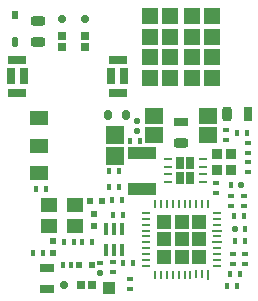
<source format=gtp>
G04 Layer_Color=8421504*
%FSLAX43Y43*%
%MOMM*%
G71*
G01*
G75*
%ADD11R,1.500X1.200*%
%ADD13R,0.450X0.500*%
%ADD17R,1.000X1.000*%
%ADD20R,1.194X0.787*%
%ADD23R,0.500X0.450*%
%ADD24R,0.350X1.000*%
%ADD25R,0.400X0.600*%
%ADD27R,0.550X0.800*%
G04:AMPARAMS|DCode=28|XSize=0.8mm|YSize=0.55mm|CornerRadius=0.138mm|HoleSize=0mm|Usage=FLASHONLY|Rotation=270.000|XOffset=0mm|YOffset=0mm|HoleType=Round|Shape=RoundedRectangle|*
%AMROUNDEDRECTD28*
21,1,0.800,0.275,0,0,270.0*
21,1,0.525,0.550,0,0,270.0*
1,1,0.275,-0.138,-0.263*
1,1,0.275,-0.138,0.263*
1,1,0.275,0.138,0.263*
1,1,0.275,0.138,-0.263*
%
%ADD28ROUNDEDRECTD28*%
%ADD31R,0.600X0.600*%
%ADD32R,0.550X0.500*%
%ADD33R,0.500X0.550*%
%ADD34R,0.500X0.600*%
%ADD41R,1.400X1.200*%
G04:AMPARAMS|DCode=43|XSize=0.5mm|YSize=0.45mm|CornerRadius=0.113mm|HoleSize=0mm|Usage=FLASHONLY|Rotation=90.000|XOffset=0mm|YOffset=0mm|HoleType=Round|Shape=RoundedRectangle|*
%AMROUNDEDRECTD43*
21,1,0.500,0.225,0,0,90.0*
21,1,0.275,0.450,0,0,90.0*
1,1,0.225,0.113,0.138*
1,1,0.225,0.113,-0.138*
1,1,0.225,-0.113,-0.138*
1,1,0.225,-0.113,0.138*
%
%ADD43ROUNDEDRECTD43*%
%ADD44R,2.489X0.991*%
G04:AMPARAMS|DCode=45|XSize=0.787mm|YSize=1.194mm|CornerRadius=0.197mm|HoleSize=0mm|Usage=FLASHONLY|Rotation=90.000|XOffset=0mm|YOffset=0mm|HoleType=Round|Shape=RoundedRectangle|*
%AMROUNDEDRECTD45*
21,1,0.787,0.800,0,0,90.0*
21,1,0.394,1.194,0,0,90.0*
1,1,0.394,0.400,0.197*
1,1,0.394,0.400,-0.197*
1,1,0.394,-0.400,-0.197*
1,1,0.394,-0.400,0.197*
%
%ADD45ROUNDEDRECTD45*%
G04:AMPARAMS|DCode=46|XSize=0.5mm|YSize=0.45mm|CornerRadius=0.113mm|HoleSize=0mm|Usage=FLASHONLY|Rotation=180.000|XOffset=0mm|YOffset=0mm|HoleType=Round|Shape=RoundedRectangle|*
%AMROUNDEDRECTD46*
21,1,0.500,0.225,0,0,180.0*
21,1,0.275,0.450,0,0,180.0*
1,1,0.225,-0.138,0.113*
1,1,0.225,0.138,0.113*
1,1,0.225,0.138,-0.113*
1,1,0.225,-0.138,-0.113*
%
%ADD46ROUNDEDRECTD46*%
%ADD47R,0.787X1.194*%
G04:AMPARAMS|DCode=48|XSize=0.787mm|YSize=1.194mm|CornerRadius=0.197mm|HoleSize=0mm|Usage=FLASHONLY|Rotation=180.000|XOffset=0mm|YOffset=0mm|HoleType=Round|Shape=RoundedRectangle|*
%AMROUNDEDRECTD48*
21,1,0.787,0.800,0,0,180.0*
21,1,0.394,1.194,0,0,180.0*
1,1,0.394,-0.197,0.400*
1,1,0.394,0.197,0.400*
1,1,0.394,0.197,-0.400*
1,1,0.394,-0.197,-0.400*
%
%ADD48ROUNDEDRECTD48*%
G04:AMPARAMS|DCode=49|XSize=0.711mm|YSize=0.787mm|CornerRadius=0.178mm|HoleSize=0mm|Usage=FLASHONLY|Rotation=0.000|XOffset=0mm|YOffset=0mm|HoleType=Round|Shape=RoundedRectangle|*
%AMROUNDEDRECTD49*
21,1,0.711,0.432,0,0,0.0*
21,1,0.356,0.787,0,0,0.0*
1,1,0.356,0.178,-0.216*
1,1,0.356,-0.178,-0.216*
1,1,0.356,-0.178,0.216*
1,1,0.356,0.178,0.216*
%
%ADD49ROUNDEDRECTD49*%
%ADD88R,1.500X1.500*%
%ADD89R,1.510X1.500*%
%ADD90R,0.800X1.350*%
%ADD91R,1.600X0.775*%
%ADD92R,0.800X1.350*%
%ADD93R,1.650X0.750*%
%ADD94R,0.800X1.350*%
%ADD95R,0.650X1.000*%
%ADD96R,0.700X0.800*%
%ADD97R,0.700X0.800*%
%ADD98R,0.800X0.700*%
%ADD99R,0.800X0.700*%
%ADD100R,0.875X0.900*%
%ADD101R,1.450X1.450*%
%ADD102R,1.600X1.350*%
%ADD103R,1.200X1.200*%
%ADD104R,1.200X1.200*%
%ADD105O,0.800X0.250*%
G04:AMPARAMS|DCode=106|XSize=0.6mm|YSize=0.6mm|CornerRadius=0.1mm|HoleSize=0mm|Usage=FLASHONLY|Rotation=90.000|XOffset=0mm|YOffset=0mm|HoleType=Round|Shape=RoundedRectangle|*
%AMROUNDEDRECTD106*
21,1,0.600,0.400,0,0,90.0*
21,1,0.400,0.600,0,0,90.0*
1,1,0.200,0.200,0.200*
1,1,0.200,0.200,-0.200*
1,1,0.200,-0.200,-0.200*
1,1,0.200,-0.200,0.200*
%
%ADD106ROUNDEDRECTD106*%
G04:AMPARAMS|DCode=107|XSize=0.6mm|YSize=0.6mm|CornerRadius=0.1mm|HoleSize=0mm|Usage=FLASHONLY|Rotation=0.000|XOffset=0mm|YOffset=0mm|HoleType=Round|Shape=RoundedRectangle|*
%AMROUNDEDRECTD107*
21,1,0.600,0.400,0,0,0.0*
21,1,0.400,0.600,0,0,0.0*
1,1,0.200,0.200,-0.200*
1,1,0.200,-0.200,-0.200*
1,1,0.200,-0.200,0.200*
1,1,0.200,0.200,0.200*
%
%ADD107ROUNDEDRECTD107*%
G04:AMPARAMS|DCode=108|XSize=0.23mm|YSize=0.8mm|CornerRadius=0.045mm|HoleSize=0mm|Usage=FLASHONLY|Rotation=180.000|XOffset=0mm|YOffset=0mm|HoleType=Round|Shape=RoundedRectangle|*
%AMROUNDEDRECTD108*
21,1,0.230,0.710,0,0,180.0*
21,1,0.140,0.800,0,0,180.0*
1,1,0.090,-0.070,0.355*
1,1,0.090,0.070,0.355*
1,1,0.090,0.070,-0.355*
1,1,0.090,-0.070,-0.355*
%
%ADD108ROUNDEDRECTD108*%
%ADD109R,0.230X0.750*%
%ADD110R,0.230X0.800*%
%ADD111R,0.800X0.230*%
G04:AMPARAMS|DCode=112|XSize=0.23mm|YSize=0.8mm|CornerRadius=0.045mm|HoleSize=0mm|Usage=FLASHONLY|Rotation=270.000|XOffset=0mm|YOffset=0mm|HoleType=Round|Shape=RoundedRectangle|*
%AMROUNDEDRECTD112*
21,1,0.230,0.710,0,0,270.0*
21,1,0.140,0.800,0,0,270.0*
1,1,0.090,-0.355,-0.070*
1,1,0.090,-0.355,0.070*
1,1,0.090,0.355,0.070*
1,1,0.090,0.355,-0.070*
%
%ADD112ROUNDEDRECTD112*%
D11*
X6600Y10500D02*
D03*
Y12800D02*
D03*
Y15100D02*
D03*
D13*
X23125Y6800D02*
D03*
X23975D02*
D03*
X9525Y4600D02*
D03*
X8675D02*
D03*
X10250Y4600D02*
D03*
X11100D02*
D03*
X22475Y925D02*
D03*
X23325D02*
D03*
X13700Y2850D02*
D03*
X14550D02*
D03*
X13600Y8225D02*
D03*
X12750D02*
D03*
X13732Y6875D02*
D03*
X12882D02*
D03*
X22750Y1925D02*
D03*
X23600D02*
D03*
X24025Y5750D02*
D03*
X23350Y13900D02*
D03*
X24200D02*
D03*
X12475Y10625D02*
D03*
X13325D02*
D03*
X6925Y3700D02*
D03*
X6075D02*
D03*
X22800Y9425D02*
D03*
X23175Y4675D02*
D03*
X24025D02*
D03*
X7175Y9125D02*
D03*
X6325D02*
D03*
X15125Y13200D02*
D03*
X14275D02*
D03*
X12475Y9300D02*
D03*
X13325D02*
D03*
D17*
X12500Y750D02*
D03*
D20*
X7250Y636D02*
D03*
Y2414D02*
D03*
X18625Y14789D02*
D03*
D23*
X24275Y10550D02*
D03*
Y11400D02*
D03*
X22875Y7675D02*
D03*
Y8525D02*
D03*
X21575Y8750D02*
D03*
Y9600D02*
D03*
X22400Y13225D02*
D03*
Y14075D02*
D03*
X23950Y7700D02*
D03*
Y8550D02*
D03*
X14325Y1525D02*
D03*
Y675D02*
D03*
X12825Y2050D02*
D03*
Y2900D02*
D03*
X24025Y3650D02*
D03*
Y2800D02*
D03*
X11775Y2850D02*
D03*
X22975Y2800D02*
D03*
Y3650D02*
D03*
X24275Y12175D02*
D03*
Y13025D02*
D03*
D24*
X12275Y5750D02*
D03*
X12925D02*
D03*
X12275Y3950D02*
D03*
X12925D02*
D03*
X13575D02*
D03*
Y5750D02*
D03*
D25*
X9325Y2675D02*
D03*
X8625D02*
D03*
D27*
X4525Y23875D02*
D03*
D28*
Y21525D02*
D03*
D31*
X7800Y3700D02*
D03*
Y4700D02*
D03*
D32*
X11225Y6025D02*
D03*
Y7025D02*
D03*
D33*
X11875Y8075D02*
D03*
X10875D02*
D03*
D34*
X9950Y2675D02*
D03*
X11050D02*
D03*
D41*
X7445Y6025D02*
D03*
X9645D02*
D03*
Y7725D02*
D03*
X7445D02*
D03*
D43*
X23175Y5750D02*
D03*
X23650Y9425D02*
D03*
D44*
X15325Y9126D02*
D03*
Y12124D02*
D03*
D45*
X6525Y21586D02*
D03*
Y23364D02*
D03*
X18625Y13011D02*
D03*
D46*
X11775Y2000D02*
D03*
X14875Y14900D02*
D03*
Y14050D02*
D03*
D47*
X24264Y15450D02*
D03*
D48*
X22486D02*
D03*
D49*
X12451Y15400D02*
D03*
X13949D02*
D03*
D88*
X13000Y11900D02*
D03*
D89*
X13005Y13700D02*
D03*
D90*
X4200Y18650D02*
D03*
D91*
X4750Y20037D02*
D03*
Y17263D02*
D03*
X13250Y20037D02*
D03*
D92*
X5300Y18650D02*
D03*
D93*
X13250Y17275D02*
D03*
D94*
X13800Y18650D02*
D03*
X12700D02*
D03*
D95*
X18500Y10050D02*
D03*
X19400D02*
D03*
Y11300D02*
D03*
X18500D02*
D03*
D96*
X11100Y1000D02*
D03*
D97*
X10100Y1000D02*
D03*
D98*
X10500Y22101D02*
D03*
X8500Y22099D02*
D03*
D99*
X10500Y21100D02*
D03*
X8500D02*
D03*
D100*
X21687Y10700D02*
D03*
X22862D02*
D03*
X22863Y12100D02*
D03*
X21688D02*
D03*
D101*
X21250Y18525D02*
D03*
X21250Y20275D02*
D03*
X21250Y22025D02*
D03*
Y23775D02*
D03*
X19500Y18525D02*
D03*
X19500Y20275D02*
D03*
X19500Y22025D02*
D03*
Y23775D02*
D03*
X17700Y18525D02*
D03*
X17700Y20275D02*
D03*
X17700Y22025D02*
D03*
Y23775D02*
D03*
X16000D02*
D03*
Y22025D02*
D03*
X16000Y20275D02*
D03*
X16000Y18525D02*
D03*
D102*
X16350Y13675D02*
D03*
X16350Y15325D02*
D03*
X20900Y13675D02*
D03*
X20900Y15325D02*
D03*
D103*
X18650Y4850D02*
D03*
Y6350D02*
D03*
X20150Y3350D02*
D03*
Y4850D02*
D03*
Y6350D02*
D03*
X17150Y3350D02*
D03*
Y4850D02*
D03*
Y6350D02*
D03*
D104*
X18650Y3350D02*
D03*
D105*
X20425Y11650D02*
D03*
Y11000D02*
D03*
Y10350D02*
D03*
Y9700D02*
D03*
X17475D02*
D03*
Y10350D02*
D03*
Y11000D02*
D03*
Y11650D02*
D03*
D106*
X8700Y1000D02*
D03*
D107*
X10500Y23500D02*
D03*
X8500D02*
D03*
D108*
X20900Y1875D02*
D03*
D109*
X20400Y1900D02*
D03*
X19900D02*
D03*
D110*
X19400Y1875D02*
D03*
X18900D02*
D03*
X18400D02*
D03*
X17900D02*
D03*
X17400D02*
D03*
X16900D02*
D03*
X16400D02*
D03*
Y7825D02*
D03*
X16900D02*
D03*
X17400D02*
D03*
X17900D02*
D03*
X18400D02*
D03*
X18900D02*
D03*
X19400D02*
D03*
X19900D02*
D03*
X20400D02*
D03*
X20900D02*
D03*
D111*
X15675Y2600D02*
D03*
Y3100D02*
D03*
Y3600D02*
D03*
Y4100D02*
D03*
Y4600D02*
D03*
Y5100D02*
D03*
Y5600D02*
D03*
Y6100D02*
D03*
Y6600D02*
D03*
Y7100D02*
D03*
X21625D02*
D03*
Y6600D02*
D03*
Y6100D02*
D03*
Y5100D02*
D03*
Y4100D02*
D03*
Y3600D02*
D03*
Y3100D02*
D03*
Y2600D02*
D03*
D112*
Y5600D02*
D03*
Y4600D02*
D03*
M02*

</source>
